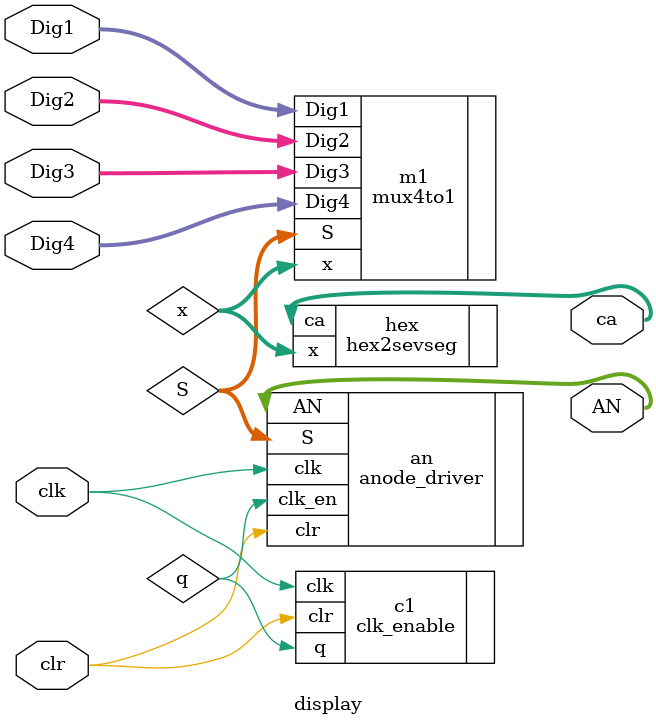
<source format=v>
`timescale 1ns / 1ps


module display(
    input clr,
    input clk,
    input [3:0] Dig1,
    input [3:0] Dig2,
    input [3:0] Dig3,
    input [3:0]Dig4,
    output [3:0]AN,
    output [6:0] ca
    );
    wire q;
    wire [1:0] S;
    wire [3:0] x;
    
    clk_enable c1(
    .clk(clk), .clr(clr), .q(q));
    
    anode_driver an(.clk(clk),.clr(clr),.clk_en(q),.S(S),.AN(AN)); 
    
    mux4to1 m1(.Dig1(Dig1),.Dig2(Dig2),.Dig3(Dig3),.Dig4(Dig4),.S(S),.x(x));
    
    hex2sevseg hex(.x(x),.ca(ca)); 
    
   
    
endmodule

</source>
